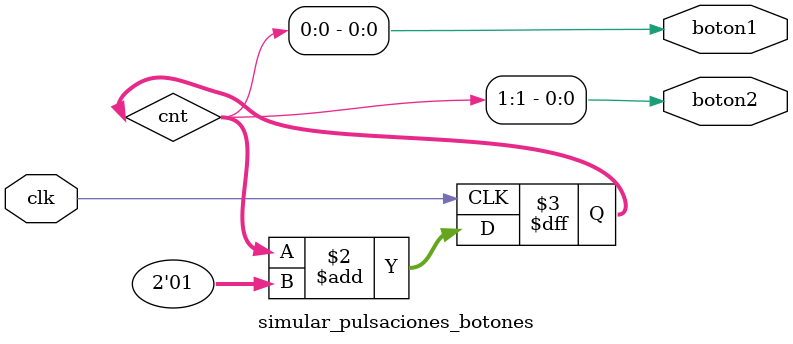
<source format=v>
module simular_pulsaciones_botones(
  input wire clk,
  output wire boton1,
  output wire boton2
);
  reg [1:0] cnt;
  
  //logica para simular las posibles combinaciones de pulsaciones de 
  //los dos botones
  always @(posedge clk) begin
    cnt <= cnt + 2'b01;
  end
  assign boton1 = cnt[0];
  assign boton2 = cnt[1];
endmodule

</source>
